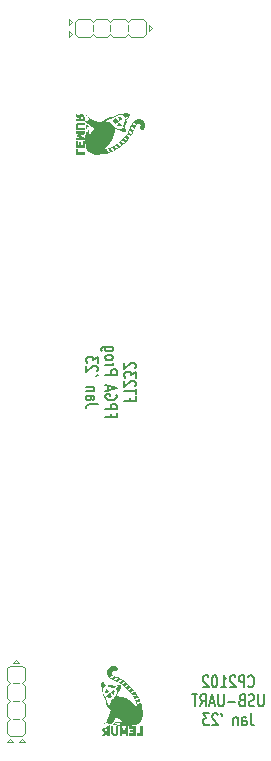
<source format=gbr>
G04 #@! TF.GenerationSoftware,KiCad,Pcbnew,(6.0.7)*
G04 #@! TF.CreationDate,2023-01-27T22:21:26-08:00*
G04 #@! TF.ProjectId,FcmlPanel,46636d6c-5061-46e6-956c-2e6b69636164,rev?*
G04 #@! TF.SameCoordinates,Original*
G04 #@! TF.FileFunction,Legend,Bot*
G04 #@! TF.FilePolarity,Positive*
%FSLAX46Y46*%
G04 Gerber Fmt 4.6, Leading zero omitted, Abs format (unit mm)*
G04 Created by KiCad (PCBNEW (6.0.7)) date 2023-01-27 22:21:26*
%MOMM*%
%LPD*%
G01*
G04 APERTURE LIST*
%ADD10C,0.150000*%
%ADD11C,0.100000*%
G04 APERTURE END LIST*
D10*
X116681428Y-133333333D02*
X116681428Y-133600000D01*
X116157619Y-133600000D02*
X117157619Y-133600000D01*
X117157619Y-133219047D01*
X117157619Y-133028571D02*
X117157619Y-132571428D01*
X116157619Y-132800000D02*
X117157619Y-132800000D01*
X117062380Y-132342857D02*
X117110000Y-132304761D01*
X117157619Y-132228571D01*
X117157619Y-132038095D01*
X117110000Y-131961904D01*
X117062380Y-131923809D01*
X116967142Y-131885714D01*
X116871904Y-131885714D01*
X116729047Y-131923809D01*
X116157619Y-132380952D01*
X116157619Y-131885714D01*
X117157619Y-131619047D02*
X117157619Y-131123809D01*
X116776666Y-131390476D01*
X116776666Y-131276190D01*
X116729047Y-131200000D01*
X116681428Y-131161904D01*
X116586190Y-131123809D01*
X116348095Y-131123809D01*
X116252857Y-131161904D01*
X116205238Y-131200000D01*
X116157619Y-131276190D01*
X116157619Y-131504761D01*
X116205238Y-131580952D01*
X116252857Y-131619047D01*
X117062380Y-130819047D02*
X117110000Y-130780952D01*
X117157619Y-130704761D01*
X117157619Y-130514285D01*
X117110000Y-130438095D01*
X117062380Y-130400000D01*
X116967142Y-130361904D01*
X116871904Y-130361904D01*
X116729047Y-130400000D01*
X116157619Y-130857142D01*
X116157619Y-130361904D01*
X115071428Y-134704761D02*
X115071428Y-134971428D01*
X114547619Y-134971428D02*
X115547619Y-134971428D01*
X115547619Y-134590476D01*
X114547619Y-134285714D02*
X115547619Y-134285714D01*
X115547619Y-133980952D01*
X115500000Y-133904761D01*
X115452380Y-133866666D01*
X115357142Y-133828571D01*
X115214285Y-133828571D01*
X115119047Y-133866666D01*
X115071428Y-133904761D01*
X115023809Y-133980952D01*
X115023809Y-134285714D01*
X115500000Y-133066666D02*
X115547619Y-133142857D01*
X115547619Y-133257142D01*
X115500000Y-133371428D01*
X115404761Y-133447619D01*
X115309523Y-133485714D01*
X115119047Y-133523809D01*
X114976190Y-133523809D01*
X114785714Y-133485714D01*
X114690476Y-133447619D01*
X114595238Y-133371428D01*
X114547619Y-133257142D01*
X114547619Y-133180952D01*
X114595238Y-133066666D01*
X114642857Y-133028571D01*
X114976190Y-133028571D01*
X114976190Y-133180952D01*
X114833333Y-132723809D02*
X114833333Y-132342857D01*
X114547619Y-132800000D02*
X115547619Y-132533333D01*
X114547619Y-132266666D01*
X114547619Y-131390476D02*
X115547619Y-131390476D01*
X115547619Y-131085714D01*
X115500000Y-131009523D01*
X115452380Y-130971428D01*
X115357142Y-130933333D01*
X115214285Y-130933333D01*
X115119047Y-130971428D01*
X115071428Y-131009523D01*
X115023809Y-131085714D01*
X115023809Y-131390476D01*
X114547619Y-130590476D02*
X115214285Y-130590476D01*
X115023809Y-130590476D02*
X115119047Y-130552380D01*
X115166666Y-130514285D01*
X115214285Y-130438095D01*
X115214285Y-130361904D01*
X114547619Y-129980952D02*
X114595238Y-130057142D01*
X114642857Y-130095238D01*
X114738095Y-130133333D01*
X115023809Y-130133333D01*
X115119047Y-130095238D01*
X115166666Y-130057142D01*
X115214285Y-129980952D01*
X115214285Y-129866666D01*
X115166666Y-129790476D01*
X115119047Y-129752380D01*
X115023809Y-129714285D01*
X114738095Y-129714285D01*
X114642857Y-129752380D01*
X114595238Y-129790476D01*
X114547619Y-129866666D01*
X114547619Y-129980952D01*
X115214285Y-129028571D02*
X114404761Y-129028571D01*
X114309523Y-129066666D01*
X114261904Y-129104761D01*
X114214285Y-129180952D01*
X114214285Y-129295238D01*
X114261904Y-129371428D01*
X114595238Y-129028571D02*
X114547619Y-129104761D01*
X114547619Y-129257142D01*
X114595238Y-129333333D01*
X114642857Y-129371428D01*
X114738095Y-129409523D01*
X115023809Y-129409523D01*
X115119047Y-129371428D01*
X115166666Y-129333333D01*
X115214285Y-129257142D01*
X115214285Y-129104761D01*
X115166666Y-129028571D01*
X113937619Y-133866666D02*
X113223333Y-133866666D01*
X113080476Y-133904761D01*
X112985238Y-133980952D01*
X112937619Y-134095238D01*
X112937619Y-134171428D01*
X112937619Y-133142857D02*
X113461428Y-133142857D01*
X113556666Y-133180952D01*
X113604285Y-133257142D01*
X113604285Y-133409523D01*
X113556666Y-133485714D01*
X112985238Y-133142857D02*
X112937619Y-133219047D01*
X112937619Y-133409523D01*
X112985238Y-133485714D01*
X113080476Y-133523809D01*
X113175714Y-133523809D01*
X113270952Y-133485714D01*
X113318571Y-133409523D01*
X113318571Y-133219047D01*
X113366190Y-133142857D01*
X113604285Y-132761904D02*
X112937619Y-132761904D01*
X113509047Y-132761904D02*
X113556666Y-132723809D01*
X113604285Y-132647619D01*
X113604285Y-132533333D01*
X113556666Y-132457142D01*
X113461428Y-132419047D01*
X112937619Y-132419047D01*
X113937619Y-131390476D02*
X113747142Y-131466666D01*
X113842380Y-131085714D02*
X113890000Y-131047619D01*
X113937619Y-130971428D01*
X113937619Y-130780952D01*
X113890000Y-130704761D01*
X113842380Y-130666666D01*
X113747142Y-130628571D01*
X113651904Y-130628571D01*
X113509047Y-130666666D01*
X112937619Y-131123809D01*
X112937619Y-130628571D01*
X113937619Y-130361904D02*
X113937619Y-129866666D01*
X113556666Y-130133333D01*
X113556666Y-130019047D01*
X113509047Y-129942857D01*
X113461428Y-129904761D01*
X113366190Y-129866666D01*
X113128095Y-129866666D01*
X113032857Y-129904761D01*
X112985238Y-129942857D01*
X112937619Y-130019047D01*
X112937619Y-130247619D01*
X112985238Y-130323809D01*
X113032857Y-130361904D01*
X126676190Y-157747142D02*
X126714285Y-157794761D01*
X126828571Y-157842380D01*
X126904761Y-157842380D01*
X127019047Y-157794761D01*
X127095238Y-157699523D01*
X127133333Y-157604285D01*
X127171428Y-157413809D01*
X127171428Y-157270952D01*
X127133333Y-157080476D01*
X127095238Y-156985238D01*
X127019047Y-156890000D01*
X126904761Y-156842380D01*
X126828571Y-156842380D01*
X126714285Y-156890000D01*
X126676190Y-156937619D01*
X126333333Y-157842380D02*
X126333333Y-156842380D01*
X126028571Y-156842380D01*
X125952380Y-156890000D01*
X125914285Y-156937619D01*
X125876190Y-157032857D01*
X125876190Y-157175714D01*
X125914285Y-157270952D01*
X125952380Y-157318571D01*
X126028571Y-157366190D01*
X126333333Y-157366190D01*
X125571428Y-156937619D02*
X125533333Y-156890000D01*
X125457142Y-156842380D01*
X125266666Y-156842380D01*
X125190476Y-156890000D01*
X125152380Y-156937619D01*
X125114285Y-157032857D01*
X125114285Y-157128095D01*
X125152380Y-157270952D01*
X125609523Y-157842380D01*
X125114285Y-157842380D01*
X124352380Y-157842380D02*
X124809523Y-157842380D01*
X124580952Y-157842380D02*
X124580952Y-156842380D01*
X124657142Y-156985238D01*
X124733333Y-157080476D01*
X124809523Y-157128095D01*
X123857142Y-156842380D02*
X123780952Y-156842380D01*
X123704761Y-156890000D01*
X123666666Y-156937619D01*
X123628571Y-157032857D01*
X123590476Y-157223333D01*
X123590476Y-157461428D01*
X123628571Y-157651904D01*
X123666666Y-157747142D01*
X123704761Y-157794761D01*
X123780952Y-157842380D01*
X123857142Y-157842380D01*
X123933333Y-157794761D01*
X123971428Y-157747142D01*
X124009523Y-157651904D01*
X124047619Y-157461428D01*
X124047619Y-157223333D01*
X124009523Y-157032857D01*
X123971428Y-156937619D01*
X123933333Y-156890000D01*
X123857142Y-156842380D01*
X123285714Y-156937619D02*
X123247619Y-156890000D01*
X123171428Y-156842380D01*
X122980952Y-156842380D01*
X122904761Y-156890000D01*
X122866666Y-156937619D01*
X122828571Y-157032857D01*
X122828571Y-157128095D01*
X122866666Y-157270952D01*
X123323809Y-157842380D01*
X122828571Y-157842380D01*
X127971428Y-158452380D02*
X127971428Y-159261904D01*
X127933333Y-159357142D01*
X127895238Y-159404761D01*
X127819047Y-159452380D01*
X127666666Y-159452380D01*
X127590476Y-159404761D01*
X127552380Y-159357142D01*
X127514285Y-159261904D01*
X127514285Y-158452380D01*
X127171428Y-159404761D02*
X127057142Y-159452380D01*
X126866666Y-159452380D01*
X126790476Y-159404761D01*
X126752380Y-159357142D01*
X126714285Y-159261904D01*
X126714285Y-159166666D01*
X126752380Y-159071428D01*
X126790476Y-159023809D01*
X126866666Y-158976190D01*
X127019047Y-158928571D01*
X127095238Y-158880952D01*
X127133333Y-158833333D01*
X127171428Y-158738095D01*
X127171428Y-158642857D01*
X127133333Y-158547619D01*
X127095238Y-158500000D01*
X127019047Y-158452380D01*
X126828571Y-158452380D01*
X126714285Y-158500000D01*
X126104761Y-158928571D02*
X125990476Y-158976190D01*
X125952380Y-159023809D01*
X125914285Y-159119047D01*
X125914285Y-159261904D01*
X125952380Y-159357142D01*
X125990476Y-159404761D01*
X126066666Y-159452380D01*
X126371428Y-159452380D01*
X126371428Y-158452380D01*
X126104761Y-158452380D01*
X126028571Y-158500000D01*
X125990476Y-158547619D01*
X125952380Y-158642857D01*
X125952380Y-158738095D01*
X125990476Y-158833333D01*
X126028571Y-158880952D01*
X126104761Y-158928571D01*
X126371428Y-158928571D01*
X125571428Y-159071428D02*
X124961904Y-159071428D01*
X124580952Y-158452380D02*
X124580952Y-159261904D01*
X124542857Y-159357142D01*
X124504761Y-159404761D01*
X124428571Y-159452380D01*
X124276190Y-159452380D01*
X124200000Y-159404761D01*
X124161904Y-159357142D01*
X124123809Y-159261904D01*
X124123809Y-158452380D01*
X123780952Y-159166666D02*
X123400000Y-159166666D01*
X123857142Y-159452380D02*
X123590476Y-158452380D01*
X123323809Y-159452380D01*
X122600000Y-159452380D02*
X122866666Y-158976190D01*
X123057142Y-159452380D02*
X123057142Y-158452380D01*
X122752380Y-158452380D01*
X122676190Y-158500000D01*
X122638095Y-158547619D01*
X122600000Y-158642857D01*
X122600000Y-158785714D01*
X122638095Y-158880952D01*
X122676190Y-158928571D01*
X122752380Y-158976190D01*
X123057142Y-158976190D01*
X122371428Y-158452380D02*
X121914285Y-158452380D01*
X122142857Y-159452380D02*
X122142857Y-158452380D01*
X126866666Y-160062380D02*
X126866666Y-160776666D01*
X126904761Y-160919523D01*
X126980952Y-161014761D01*
X127095238Y-161062380D01*
X127171428Y-161062380D01*
X126142857Y-161062380D02*
X126142857Y-160538571D01*
X126180952Y-160443333D01*
X126257142Y-160395714D01*
X126409523Y-160395714D01*
X126485714Y-160443333D01*
X126142857Y-161014761D02*
X126219047Y-161062380D01*
X126409523Y-161062380D01*
X126485714Y-161014761D01*
X126523809Y-160919523D01*
X126523809Y-160824285D01*
X126485714Y-160729047D01*
X126409523Y-160681428D01*
X126219047Y-160681428D01*
X126142857Y-160633809D01*
X125761904Y-160395714D02*
X125761904Y-161062380D01*
X125761904Y-160490952D02*
X125723809Y-160443333D01*
X125647619Y-160395714D01*
X125533333Y-160395714D01*
X125457142Y-160443333D01*
X125419047Y-160538571D01*
X125419047Y-161062380D01*
X124390476Y-160062380D02*
X124466666Y-160252857D01*
X124085714Y-160157619D02*
X124047619Y-160110000D01*
X123971428Y-160062380D01*
X123780952Y-160062380D01*
X123704761Y-160110000D01*
X123666666Y-160157619D01*
X123628571Y-160252857D01*
X123628571Y-160348095D01*
X123666666Y-160490952D01*
X124123809Y-161062380D01*
X123628571Y-161062380D01*
X123361904Y-160062380D02*
X122866666Y-160062380D01*
X123133333Y-160443333D01*
X123019047Y-160443333D01*
X122942857Y-160490952D01*
X122904761Y-160538571D01*
X122866666Y-160633809D01*
X122866666Y-160871904D01*
X122904761Y-160967142D01*
X122942857Y-161014761D01*
X123019047Y-161062380D01*
X123247619Y-161062380D01*
X123323809Y-161014761D01*
X123361904Y-160967142D01*
G36*
X117150813Y-161938004D02*
G01*
X116609037Y-161938004D01*
X116609037Y-161750005D01*
X116950722Y-161750005D01*
X116950722Y-161634767D01*
X116637356Y-161634767D01*
X116637356Y-161464958D01*
X116950722Y-161464958D01*
X116950722Y-161343622D01*
X116779880Y-161343728D01*
X116609037Y-161343728D01*
X116610275Y-161158726D01*
X116880647Y-161158196D01*
X117150813Y-161157484D01*
X117150813Y-161938004D01*
G37*
G36*
X114724398Y-157948170D02*
G01*
X114840169Y-158118686D01*
X114878704Y-158245620D01*
X114740839Y-158305872D01*
X114575260Y-158334607D01*
X114567384Y-158226089D01*
X114623200Y-158033652D01*
X114704347Y-157936388D01*
X114724398Y-157948170D01*
G37*
G36*
X117745092Y-161157589D02*
G01*
X117745092Y-161937800D01*
X117229671Y-161937800D01*
X117229566Y-161839718D01*
X117229671Y-161741637D01*
X117546964Y-161741637D01*
X117546964Y-161486665D01*
X117546391Y-161235109D01*
X117543451Y-161157486D01*
X117543451Y-161157484D01*
X117745092Y-161157589D01*
G37*
G36*
X114342924Y-161535738D02*
G01*
X114326697Y-161422257D01*
X114329607Y-161401398D01*
X114524824Y-161401398D01*
X114540636Y-161489454D01*
X114581564Y-161515913D01*
X114658976Y-161520871D01*
X114726155Y-161519114D01*
X114726684Y-161429404D01*
X114726155Y-161342485D01*
X114660423Y-161342485D01*
X114583528Y-161346104D01*
X114524824Y-161401398D01*
X114329607Y-161401398D01*
X114340754Y-161321488D01*
X114348919Y-161300921D01*
X114343544Y-161284178D01*
X114345049Y-161265797D01*
X114395943Y-161265797D01*
X114464869Y-161316610D01*
X114502125Y-161268524D01*
X114588686Y-161191919D01*
X114805530Y-161157174D01*
X114925811Y-161031583D01*
X115042828Y-160940442D01*
X114804053Y-160929827D01*
X114700317Y-160822723D01*
X114579601Y-160894244D01*
X114498469Y-160931244D01*
X114470563Y-160964213D01*
X114405761Y-161187869D01*
X114395943Y-161265797D01*
X114345049Y-161265797D01*
X114350366Y-161200875D01*
X114382953Y-161055658D01*
X114422816Y-160945387D01*
X114467981Y-160892884D01*
X114558725Y-160850923D01*
X114660114Y-160792941D01*
X114724089Y-160660443D01*
X114805428Y-160461075D01*
X114889128Y-160257063D01*
X114969863Y-160043323D01*
X115007793Y-159885814D01*
X115021849Y-159800340D01*
X114917633Y-159671887D01*
X114859307Y-159599997D01*
X114734220Y-159401163D01*
X114646261Y-159201276D01*
X114595106Y-158997777D01*
X114580429Y-158788103D01*
X114471147Y-158651507D01*
X114385542Y-158498056D01*
X114331545Y-158301734D01*
X114317086Y-158036521D01*
X114273574Y-157917665D01*
X114265659Y-157867348D01*
X114324216Y-157867348D01*
X114332071Y-157903418D01*
X114372171Y-158016073D01*
X114376923Y-158033230D01*
X114389221Y-158293038D01*
X114439721Y-158478891D01*
X114522642Y-158622704D01*
X114632205Y-158756390D01*
X114637579Y-158765485D01*
X114640162Y-158769104D01*
X114750695Y-159046567D01*
X114829710Y-159236861D01*
X114883318Y-159351144D01*
X114917633Y-159400573D01*
X114938765Y-159396305D01*
X114952829Y-159349497D01*
X114965934Y-159271306D01*
X114984195Y-159172890D01*
X115013722Y-159065405D01*
X115060629Y-158960009D01*
X115131028Y-158867858D01*
X115231030Y-158800110D01*
X115333866Y-158721355D01*
X115479990Y-158530147D01*
X115571164Y-158288410D01*
X115577676Y-158276525D01*
X115667903Y-158162319D01*
X115585737Y-158257714D01*
X115562576Y-158073509D01*
X115477216Y-157948896D01*
X115590476Y-157804576D01*
X115745520Y-157703639D01*
X115587705Y-157725663D01*
X115383682Y-157830247D01*
X115355570Y-157833453D01*
X115421131Y-157926465D01*
X115333347Y-157929653D01*
X115192479Y-157869110D01*
X115008526Y-157805955D01*
X114874773Y-157797900D01*
X114727753Y-157762675D01*
X114751679Y-157703229D01*
X114775554Y-157696614D01*
X114756847Y-157682662D01*
X114569055Y-157514300D01*
X114379518Y-157437307D01*
X114533108Y-157604026D01*
X114608436Y-157731439D01*
X114454753Y-157855491D01*
X114376719Y-158002121D01*
X114324216Y-157867348D01*
X114265659Y-157867348D01*
X114244325Y-157731733D01*
X114242318Y-157539548D01*
X114287424Y-157387155D01*
X114307164Y-157374132D01*
X114360391Y-157371137D01*
X114600686Y-157463844D01*
X114794473Y-157636857D01*
X114970789Y-157625436D01*
X115146090Y-157655954D01*
X115366324Y-157771526D01*
X115642698Y-157651975D01*
X115844331Y-157657631D01*
X115865105Y-157678612D01*
X115865169Y-157891595D01*
X115774497Y-158109003D01*
X115626463Y-158310821D01*
X115557059Y-158498174D01*
X115460479Y-158660567D01*
X115465644Y-158659017D01*
X115660399Y-158618496D01*
X115871377Y-158623452D01*
X116093059Y-158670724D01*
X116319931Y-158757150D01*
X116546477Y-158879569D01*
X116767182Y-159034819D01*
X116976528Y-159219739D01*
X117169002Y-159431166D01*
X117277771Y-159503657D01*
X117289895Y-159423581D01*
X117288479Y-159418328D01*
X117250150Y-159276062D01*
X117203315Y-159146222D01*
X117190989Y-159117814D01*
X117227501Y-159117814D01*
X117234219Y-159135488D01*
X117280624Y-159247418D01*
X117288479Y-159266332D01*
X117307186Y-159257857D01*
X117540144Y-159169801D01*
X117559780Y-159163600D01*
X117553063Y-159144169D01*
X117511204Y-159030068D01*
X117509654Y-159026141D01*
X117506453Y-159023040D01*
X117497872Y-159014462D01*
X117486297Y-159018182D01*
X117244761Y-159110166D01*
X117227501Y-159117814D01*
X117190989Y-159117814D01*
X117158565Y-159043083D01*
X117109461Y-158929910D01*
X117048829Y-158813751D01*
X117088801Y-158813751D01*
X117097587Y-158830804D01*
X117149366Y-158937981D01*
X117158565Y-158957618D01*
X117177375Y-158946869D01*
X117405371Y-158832354D01*
X117424285Y-158824086D01*
X117415500Y-158805482D01*
X117362170Y-158695825D01*
X117353592Y-158678979D01*
X117336331Y-158686627D01*
X117105545Y-158804242D01*
X117088801Y-158813751D01*
X117048829Y-158813751D01*
X117000413Y-158720996D01*
X116999918Y-158720190D01*
X116876956Y-158520286D01*
X116875067Y-158517645D01*
X116915996Y-158517645D01*
X116926744Y-158534077D01*
X116989066Y-158636190D01*
X116999918Y-158654380D01*
X117017488Y-158642495D01*
X117238250Y-158516094D01*
X117258300Y-158506793D01*
X117246931Y-158487775D01*
X117182646Y-158383596D01*
X117173137Y-158368713D01*
X117157221Y-158376258D01*
X116932325Y-158506689D01*
X116915996Y-158517645D01*
X116875067Y-158517645D01*
X116811092Y-158428182D01*
X116739872Y-158328587D01*
X116667306Y-158240556D01*
X116713527Y-158240556D01*
X116726240Y-158256575D01*
X116799103Y-158351557D01*
X116811092Y-158367783D01*
X116827215Y-158355587D01*
X117038262Y-158210790D01*
X117057072Y-158199421D01*
X117044050Y-158181748D01*
X116970049Y-158085010D01*
X116959094Y-158071160D01*
X116944004Y-158080255D01*
X116729650Y-158228153D01*
X116713527Y-158240556D01*
X116667306Y-158240556D01*
X116591984Y-158149182D01*
X116589944Y-158146706D01*
X116433925Y-157981760D01*
X116481603Y-157981760D01*
X116496073Y-157996539D01*
X116578548Y-158083252D01*
X116591984Y-158098032D01*
X116606763Y-158084596D01*
X116805408Y-157923676D01*
X116823598Y-157910653D01*
X116808612Y-157894013D01*
X116725516Y-157804923D01*
X116713527Y-157792418D01*
X116699471Y-157802546D01*
X116496899Y-157967807D01*
X116481603Y-157981760D01*
X116433925Y-157981760D01*
X116427956Y-157975450D01*
X116344868Y-157898807D01*
X116254692Y-157815626D01*
X116167245Y-157745392D01*
X116223118Y-157745392D01*
X116239758Y-157759242D01*
X116330708Y-157836653D01*
X116344868Y-157849468D01*
X116358303Y-157835826D01*
X116548576Y-157664674D01*
X116567283Y-157650101D01*
X116549713Y-157634184D01*
X116457109Y-157552742D01*
X116444500Y-157541890D01*
X116431581Y-157552432D01*
X116238310Y-157729992D01*
X116223118Y-157745392D01*
X116167245Y-157745392D01*
X116072636Y-157669406D01*
X116070935Y-157668039D01*
X115879428Y-157534862D01*
X115940345Y-157534862D01*
X115959258Y-157547678D01*
X116058063Y-157616201D01*
X116072636Y-157626846D01*
X116084728Y-157613411D01*
X116263219Y-157427065D01*
X116280479Y-157410736D01*
X116261358Y-157396576D01*
X116161209Y-157325056D01*
X116147670Y-157315651D01*
X116135888Y-157327123D01*
X115955434Y-157517809D01*
X115940345Y-157534862D01*
X115879428Y-157534862D01*
X115877467Y-157533498D01*
X115786246Y-157479101D01*
X115675073Y-157412808D01*
X115568759Y-157359266D01*
X115645376Y-157359266D01*
X115665633Y-157370118D01*
X115770846Y-157428822D01*
X115786246Y-157437814D01*
X115796994Y-157423551D01*
X115963186Y-157226147D01*
X115980549Y-157207957D01*
X115958948Y-157195141D01*
X115850841Y-157132819D01*
X115837198Y-157125378D01*
X115826553Y-157136747D01*
X115659018Y-157340662D01*
X115645376Y-157359266D01*
X115568759Y-157359266D01*
X115466265Y-157307648D01*
X115464536Y-157306777D01*
X115246639Y-157216211D01*
X115228553Y-157207130D01*
X115317230Y-157207130D01*
X115339657Y-157216122D01*
X115450762Y-157264388D01*
X115466265Y-157271312D01*
X115475566Y-157257153D01*
X115637624Y-157053031D01*
X115655918Y-157033497D01*
X115632146Y-157021405D01*
X115513394Y-156970039D01*
X115500578Y-156965181D01*
X115491483Y-156975413D01*
X115406292Y-157078340D01*
X115330253Y-157186873D01*
X115317230Y-157207130D01*
X115228553Y-157207130D01*
X115128921Y-157157105D01*
X115078049Y-157131563D01*
X114939184Y-157038975D01*
X114990118Y-157038975D01*
X115004794Y-157050137D01*
X115112488Y-157118867D01*
X115128921Y-157127859D01*
X115138946Y-157112046D01*
X115293872Y-156909474D01*
X115311235Y-156890043D01*
X115288084Y-156878262D01*
X115186695Y-156815629D01*
X115172019Y-156804468D01*
X115159720Y-156818110D01*
X115000040Y-157023472D01*
X114990118Y-157038975D01*
X114939184Y-157038975D01*
X114929552Y-157032553D01*
X114787507Y-156878147D01*
X114712303Y-156677178D01*
X114715415Y-156461789D01*
X114808320Y-156264124D01*
X114951229Y-156135735D01*
X115114571Y-156069434D01*
X115290460Y-156052871D01*
X115290565Y-156052782D01*
X115436709Y-156072411D01*
X115563520Y-156130504D01*
X115665326Y-156255167D01*
X115630286Y-156407593D01*
X115457468Y-156470567D01*
X115274132Y-156429607D01*
X115112178Y-156519834D01*
X115128094Y-156710830D01*
X115302655Y-156846353D01*
X115498391Y-156932468D01*
X115688680Y-157011173D01*
X115904951Y-157124097D01*
X116113097Y-157251389D01*
X116312394Y-157392266D01*
X116502119Y-157545943D01*
X116681548Y-157711635D01*
X116849959Y-157888558D01*
X117006628Y-158075927D01*
X117150830Y-158272958D01*
X117281843Y-158478865D01*
X117398944Y-158692864D01*
X117501408Y-158914170D01*
X117588513Y-159141999D01*
X117650712Y-159365238D01*
X117698858Y-159598415D01*
X117730880Y-159833888D01*
X117744707Y-160064015D01*
X117738271Y-160281155D01*
X117696959Y-160495671D01*
X117619779Y-160678645D01*
X117507587Y-160828821D01*
X117361612Y-160944676D01*
X117183637Y-161025365D01*
X116975320Y-161070667D01*
X116965811Y-161070349D01*
X116687576Y-161114208D01*
X116436126Y-161131143D01*
X116210302Y-161125230D01*
X115904379Y-161101829D01*
X115896833Y-161101252D01*
X115269481Y-161023841D01*
X115259650Y-160967519D01*
X115290774Y-160967519D01*
X115293150Y-160973203D01*
X115904379Y-161048651D01*
X115815720Y-160940639D01*
X115809812Y-160901993D01*
X115794679Y-160890400D01*
X115678346Y-160863546D01*
X115564554Y-160844013D01*
X115564554Y-160844119D01*
X115474637Y-160837814D01*
X115474636Y-160837813D01*
X115414071Y-160840602D01*
X115358571Y-160873158D01*
X115295732Y-160942818D01*
X115290774Y-160967519D01*
X115259650Y-160967519D01*
X115251188Y-160919041D01*
X115401979Y-160794708D01*
X115529733Y-160792885D01*
X115687750Y-160818169D01*
X115901587Y-160801942D01*
X116041837Y-160751299D01*
X115952230Y-160681123D01*
X115747613Y-160545247D01*
X115586774Y-160410648D01*
X115528483Y-160350393D01*
X115503678Y-160386153D01*
X115413968Y-160524853D01*
X115265485Y-160751691D01*
X115153614Y-160900681D01*
X115068563Y-160984773D01*
X114873123Y-161158613D01*
X114926350Y-161158825D01*
X114926667Y-161545881D01*
X114926786Y-161820015D01*
X114926350Y-161935521D01*
X114926350Y-161935627D01*
X114826304Y-161938109D01*
X114727188Y-161938109D01*
X114725950Y-161690475D01*
X114709827Y-161690052D01*
X114693600Y-161689628D01*
X114685435Y-161700170D01*
X114658976Y-161736531D01*
X114654223Y-161743062D01*
X114628901Y-161777685D01*
X114613605Y-161798665D01*
X114587457Y-161834735D01*
X114554074Y-161880108D01*
X114523068Y-161922999D01*
X114512113Y-161938089D01*
X114265720Y-161938089D01*
X114279466Y-161920415D01*
X114308404Y-161883828D01*
X114326594Y-161860574D01*
X114335896Y-161849205D01*
X114366385Y-161810758D01*
X114395531Y-161774068D01*
X114408140Y-161758875D01*
X114440076Y-161717844D01*
X114465914Y-161685494D01*
X114476250Y-161671025D01*
X114472942Y-161669167D01*
X114464869Y-161665015D01*
X114418682Y-161641262D01*
X114342924Y-161535738D01*
G37*
G36*
X115325292Y-158053075D02*
G01*
X115360390Y-158175574D01*
X115338439Y-158365194D01*
X115272272Y-158472480D01*
X115113646Y-158390326D01*
X115020504Y-158266188D01*
X115136123Y-158140215D01*
X115310615Y-158048631D01*
X115310615Y-158048630D01*
X115325292Y-158053075D01*
G37*
G36*
X116507028Y-161158526D02*
G01*
X116507854Y-161548373D01*
X116508473Y-161938013D01*
X116310345Y-161938013D01*
X116310345Y-161811716D01*
X116315304Y-161630228D01*
X116321298Y-161565529D01*
X116319853Y-161555918D01*
X116310242Y-161573591D01*
X116301250Y-161597362D01*
X116274792Y-161664335D01*
X116249470Y-161728827D01*
X116237378Y-161760039D01*
X116222702Y-161798487D01*
X116213710Y-161821741D01*
X116144774Y-161822360D01*
X116075941Y-161822980D01*
X116073565Y-161814298D01*
X116067778Y-161797658D01*
X116060026Y-161778434D01*
X116046590Y-161743811D01*
X116037392Y-161718387D01*
X116029227Y-161697406D01*
X116018892Y-161670327D01*
X116012897Y-161654204D01*
X115983545Y-161577930D01*
X115971453Y-161556122D01*
X115969384Y-161564701D01*
X115976619Y-161647073D01*
X115982200Y-161828974D01*
X115981581Y-161937081D01*
X115783556Y-161937081D01*
X115783556Y-161158834D01*
X115981064Y-161158834D01*
X115991089Y-161181055D01*
X116006282Y-161216402D01*
X116013103Y-161231594D01*
X116020752Y-161248854D01*
X116043592Y-161302391D01*
X116074702Y-161374325D01*
X116084520Y-161396752D01*
X116094545Y-161419800D01*
X116124621Y-161488426D01*
X116131752Y-161505583D01*
X116140641Y-161526460D01*
X116145599Y-161536279D01*
X116156141Y-161513128D01*
X116166580Y-161488736D01*
X116174641Y-161470133D01*
X116182702Y-161451012D01*
X116190661Y-161432202D01*
X116201616Y-161407294D01*
X116232209Y-161336601D01*
X116240064Y-161318514D01*
X116259597Y-161272005D01*
X116268072Y-161252782D01*
X116280681Y-161224463D01*
X116292980Y-161195111D01*
X116302902Y-161172373D01*
X116308067Y-161159764D01*
X116407596Y-161158213D01*
X116407396Y-161158103D01*
X116507028Y-161158526D01*
G37*
G36*
X115664690Y-161434159D02*
G01*
X115664071Y-161710525D01*
X115659626Y-161732745D01*
X115646500Y-161778220D01*
X115638439Y-161796411D01*
X115558443Y-161889635D01*
X115435970Y-161942242D01*
X115406411Y-161946999D01*
X115283628Y-161944210D01*
X115086948Y-161825561D01*
X115054702Y-161761276D01*
X115049121Y-161738331D01*
X115043539Y-161718591D01*
X115043539Y-161158728D01*
X115143171Y-161158199D01*
X115242700Y-161157580D01*
X115242700Y-161423507D01*
X115243247Y-161657037D01*
X115246939Y-161701836D01*
X115271434Y-161740697D01*
X115395354Y-161763124D01*
X115462843Y-161692121D01*
X115464507Y-161619202D01*
X115465119Y-161418959D01*
X115465013Y-161157580D01*
X115565162Y-161157580D01*
X115665219Y-161157484D01*
X115664690Y-161434159D01*
G37*
G36*
X115059830Y-158439436D02*
G01*
X115116312Y-158648179D01*
X115003676Y-158723743D01*
X114861961Y-158758044D01*
X114744696Y-158681220D01*
X114650810Y-158571905D01*
X114761178Y-158400956D01*
X114940302Y-158267220D01*
X115059830Y-158439436D01*
G37*
D11*
X116500000Y-101500000D02*
X116750000Y-101250000D01*
X118500000Y-102000000D02*
X118250000Y-101750000D01*
X113250000Y-102750000D02*
X112250000Y-102750000D01*
X113500000Y-101500000D02*
X113750000Y-101250000D01*
X113500000Y-101750000D02*
X113500000Y-102250000D01*
X111500000Y-102750000D02*
X111750000Y-102500000D01*
X117750000Y-102750000D02*
X116750000Y-102750000D01*
X113750000Y-101250000D02*
X114750000Y-101250000D01*
X115000000Y-101500000D02*
X115250000Y-101250000D01*
X113250000Y-101250000D02*
X113500000Y-101500000D01*
X114750000Y-101250000D02*
X115000000Y-101500000D01*
X118250000Y-101750000D02*
X118250000Y-102250000D01*
X114750000Y-102750000D02*
X113750000Y-102750000D01*
X116750000Y-101250000D02*
X117750000Y-101250000D01*
X116500000Y-101750000D02*
X116500000Y-102250000D01*
X112000000Y-102500000D02*
X112000000Y-101500000D01*
X116250000Y-102750000D02*
X115250000Y-102750000D01*
X115250000Y-102750000D02*
X115000000Y-102500000D01*
X113750000Y-102750000D02*
X113500000Y-102500000D01*
X118000000Y-102500000D02*
X117750000Y-102750000D01*
X116500000Y-102500000D02*
X116250000Y-102750000D01*
X116750000Y-102750000D02*
X116500000Y-102500000D01*
X111500000Y-102250000D02*
X111500000Y-102750000D01*
X111500000Y-101250000D02*
X111500000Y-101750000D01*
X112250000Y-102750000D02*
X112000000Y-102500000D01*
X118250000Y-102250000D02*
X118500000Y-102000000D01*
X113500000Y-102500000D02*
X113250000Y-102750000D01*
X117750000Y-101250000D02*
X118000000Y-101500000D01*
X115000000Y-102500000D02*
X114750000Y-102750000D01*
X115000000Y-101750000D02*
X115000000Y-102250000D01*
X111750000Y-102500000D02*
X111500000Y-102250000D01*
X112250000Y-101250000D02*
X113250000Y-101250000D01*
X116250000Y-101250000D02*
X116500000Y-101500000D01*
X118000000Y-101500000D02*
X118000000Y-102500000D01*
X112000000Y-101500000D02*
X112250000Y-101250000D01*
X111750000Y-101500000D02*
X111500000Y-101250000D01*
X115250000Y-101250000D02*
X116250000Y-101250000D01*
X111500000Y-101750000D02*
X111750000Y-101500000D01*
X106500000Y-157500000D02*
X106250000Y-157250000D01*
X107000000Y-155500000D02*
X106750000Y-155750000D01*
X107750000Y-160750000D02*
X107750000Y-161750000D01*
X106500000Y-160500000D02*
X106250000Y-160250000D01*
X106750000Y-160500000D02*
X107250000Y-160500000D01*
X107750000Y-162500000D02*
X107500000Y-162250000D01*
X107750000Y-156250000D02*
X107750000Y-157250000D01*
X106250000Y-160250000D02*
X106250000Y-159250000D01*
X106500000Y-159000000D02*
X106250000Y-158750000D01*
X106250000Y-160750000D02*
X106500000Y-160500000D01*
X106250000Y-159250000D02*
X106500000Y-159000000D01*
X106750000Y-155750000D02*
X107250000Y-155750000D01*
X107750000Y-159250000D02*
X107750000Y-160250000D01*
X106250000Y-157250000D02*
X106250000Y-156250000D01*
X106750000Y-157500000D02*
X107250000Y-157500000D01*
X107500000Y-162000000D02*
X106500000Y-162000000D01*
X107750000Y-157750000D02*
X107750000Y-158750000D01*
X107750000Y-158750000D02*
X107500000Y-159000000D01*
X107750000Y-160250000D02*
X107500000Y-160500000D01*
X107500000Y-156000000D02*
X107750000Y-156250000D01*
X107500000Y-157500000D02*
X107750000Y-157750000D01*
X107750000Y-157250000D02*
X107500000Y-157500000D01*
X107250000Y-162500000D02*
X107750000Y-162500000D01*
X106250000Y-162500000D02*
X106750000Y-162500000D01*
X107750000Y-161750000D02*
X107500000Y-162000000D01*
X107250000Y-155750000D02*
X107000000Y-155500000D01*
X107500000Y-160500000D02*
X107750000Y-160750000D01*
X106250000Y-156250000D02*
X106500000Y-156000000D01*
X107500000Y-159000000D02*
X107750000Y-159250000D01*
X106750000Y-159000000D02*
X107250000Y-159000000D01*
X107500000Y-162250000D02*
X107250000Y-162500000D01*
X106250000Y-161750000D02*
X106250000Y-160750000D01*
X106250000Y-157750000D02*
X106500000Y-157500000D01*
X106500000Y-156000000D02*
X107500000Y-156000000D01*
X106500000Y-162000000D02*
X106250000Y-161750000D01*
X106500000Y-162250000D02*
X106250000Y-162500000D01*
X106250000Y-158750000D02*
X106250000Y-157750000D01*
X106750000Y-162500000D02*
X106500000Y-162250000D01*
G36*
X112841801Y-110143171D02*
G01*
X112842420Y-110242700D01*
X112576493Y-110242700D01*
X112342963Y-110243247D01*
X112298164Y-110246939D01*
X112259303Y-110271434D01*
X112236876Y-110395354D01*
X112307879Y-110462843D01*
X112380798Y-110464507D01*
X112581041Y-110465119D01*
X112842420Y-110465013D01*
X112842420Y-110565162D01*
X112842516Y-110665219D01*
X112565841Y-110664690D01*
X112289475Y-110664071D01*
X112267255Y-110659626D01*
X112221780Y-110646500D01*
X112203589Y-110638439D01*
X112110365Y-110558443D01*
X112057758Y-110435970D01*
X112053001Y-110406411D01*
X112055790Y-110283628D01*
X112174439Y-110086948D01*
X112238724Y-110054702D01*
X112261669Y-110049121D01*
X112281409Y-110043539D01*
X112841272Y-110043539D01*
X112841801Y-110143171D01*
G37*
G36*
X114598837Y-109734220D02*
G01*
X114798724Y-109646261D01*
X115002223Y-109595106D01*
X115211897Y-109580429D01*
X115348493Y-109471147D01*
X115501944Y-109385542D01*
X115698266Y-109331545D01*
X115963479Y-109317086D01*
X116082335Y-109273574D01*
X116268267Y-109244325D01*
X116460452Y-109242318D01*
X116612845Y-109287424D01*
X116625868Y-109307164D01*
X116628863Y-109360391D01*
X116536156Y-109600686D01*
X116363143Y-109794473D01*
X116374564Y-109970789D01*
X116344046Y-110146090D01*
X116228474Y-110366324D01*
X116348025Y-110642698D01*
X116342369Y-110844331D01*
X116321388Y-110865105D01*
X116108405Y-110865169D01*
X115890997Y-110774497D01*
X115689179Y-110626463D01*
X115501826Y-110557059D01*
X115339433Y-110460479D01*
X115340983Y-110465644D01*
X115381504Y-110660399D01*
X115376548Y-110871377D01*
X115329276Y-111093059D01*
X115242850Y-111319931D01*
X115120431Y-111546477D01*
X114965181Y-111767182D01*
X114780261Y-111976528D01*
X114568834Y-112169002D01*
X114496343Y-112277771D01*
X114576419Y-112289895D01*
X114581672Y-112288479D01*
X114733668Y-112288479D01*
X114742143Y-112307186D01*
X114830199Y-112540144D01*
X114836400Y-112559780D01*
X114855831Y-112553063D01*
X114969932Y-112511204D01*
X114973859Y-112509654D01*
X114976960Y-112506453D01*
X114985538Y-112497872D01*
X114981818Y-112486297D01*
X114889834Y-112244761D01*
X114882186Y-112227501D01*
X114864512Y-112234219D01*
X114752582Y-112280624D01*
X114733668Y-112288479D01*
X114581672Y-112288479D01*
X114723938Y-112250150D01*
X114853778Y-112203315D01*
X114956917Y-112158565D01*
X115042382Y-112158565D01*
X115053131Y-112177375D01*
X115167646Y-112405371D01*
X115175914Y-112424285D01*
X115194518Y-112415500D01*
X115304175Y-112362170D01*
X115321021Y-112353592D01*
X115313373Y-112336331D01*
X115195758Y-112105545D01*
X115186249Y-112088801D01*
X115169196Y-112097587D01*
X115062019Y-112149366D01*
X115042382Y-112158565D01*
X114956917Y-112158565D01*
X115070090Y-112109461D01*
X115279004Y-112000413D01*
X115279810Y-111999918D01*
X115345620Y-111999918D01*
X115357505Y-112017488D01*
X115483906Y-112238250D01*
X115493207Y-112258300D01*
X115512225Y-112246931D01*
X115616404Y-112182646D01*
X115631287Y-112173137D01*
X115623742Y-112157221D01*
X115493311Y-111932325D01*
X115482355Y-111915996D01*
X115465923Y-111926744D01*
X115363810Y-111989066D01*
X115345620Y-111999918D01*
X115279810Y-111999918D01*
X115479714Y-111876956D01*
X115571818Y-111811092D01*
X115632217Y-111811092D01*
X115644413Y-111827215D01*
X115789210Y-112038262D01*
X115800579Y-112057072D01*
X115818252Y-112044050D01*
X115914990Y-111970049D01*
X115928840Y-111959094D01*
X115919745Y-111944004D01*
X115771847Y-111729650D01*
X115759444Y-111713527D01*
X115743425Y-111726240D01*
X115648443Y-111799103D01*
X115632217Y-111811092D01*
X115571818Y-111811092D01*
X115671413Y-111739872D01*
X115850818Y-111591984D01*
X115901968Y-111591984D01*
X115915404Y-111606763D01*
X116076324Y-111805408D01*
X116089347Y-111823598D01*
X116105987Y-111808612D01*
X116195077Y-111725516D01*
X116207582Y-111713527D01*
X116197454Y-111699471D01*
X116032193Y-111496899D01*
X116018240Y-111481603D01*
X116003461Y-111496073D01*
X115916748Y-111578548D01*
X115901968Y-111591984D01*
X115850818Y-111591984D01*
X115853294Y-111589944D01*
X116024550Y-111427956D01*
X116101193Y-111344868D01*
X116150532Y-111344868D01*
X116164174Y-111358303D01*
X116335326Y-111548576D01*
X116349899Y-111567283D01*
X116365816Y-111549713D01*
X116447258Y-111457109D01*
X116458110Y-111444500D01*
X116447568Y-111431581D01*
X116270008Y-111238310D01*
X116254608Y-111223118D01*
X116240758Y-111239758D01*
X116163347Y-111330708D01*
X116150532Y-111344868D01*
X116101193Y-111344868D01*
X116184374Y-111254692D01*
X116330594Y-111072636D01*
X116373154Y-111072636D01*
X116386589Y-111084728D01*
X116572935Y-111263219D01*
X116589264Y-111280479D01*
X116603424Y-111261358D01*
X116674944Y-111161209D01*
X116684349Y-111147670D01*
X116672877Y-111135888D01*
X116482191Y-110955434D01*
X116465138Y-110940345D01*
X116452322Y-110959258D01*
X116383799Y-111058063D01*
X116373154Y-111072636D01*
X116330594Y-111072636D01*
X116331961Y-111070935D01*
X116466502Y-110877467D01*
X116520899Y-110786246D01*
X116562186Y-110786246D01*
X116576449Y-110796994D01*
X116773853Y-110963186D01*
X116792043Y-110980549D01*
X116804859Y-110958948D01*
X116867181Y-110850841D01*
X116874622Y-110837198D01*
X116863253Y-110826553D01*
X116659338Y-110659018D01*
X116640734Y-110645376D01*
X116629882Y-110665633D01*
X116571178Y-110770846D01*
X116562186Y-110786246D01*
X116520899Y-110786246D01*
X116587192Y-110675073D01*
X116692352Y-110466265D01*
X116728688Y-110466265D01*
X116742847Y-110475566D01*
X116946969Y-110637624D01*
X116966503Y-110655918D01*
X116978595Y-110632146D01*
X117029961Y-110513394D01*
X117034819Y-110500578D01*
X117024587Y-110491483D01*
X116921660Y-110406292D01*
X116813127Y-110330253D01*
X116792870Y-110317230D01*
X116783878Y-110339657D01*
X116735612Y-110450762D01*
X116728688Y-110466265D01*
X116692352Y-110466265D01*
X116693223Y-110464536D01*
X116783789Y-110246639D01*
X116842895Y-110128921D01*
X116872141Y-110128921D01*
X116887954Y-110138946D01*
X117090526Y-110293872D01*
X117109957Y-110311235D01*
X117121738Y-110288084D01*
X117184371Y-110186695D01*
X117195532Y-110172019D01*
X117181890Y-110159720D01*
X116976528Y-110000040D01*
X116961025Y-109990118D01*
X116949863Y-110004794D01*
X116881133Y-110112488D01*
X116872141Y-110128921D01*
X116842895Y-110128921D01*
X116868437Y-110078049D01*
X116967447Y-109929552D01*
X117121853Y-109787507D01*
X117322822Y-109712303D01*
X117538211Y-109715415D01*
X117735876Y-109808320D01*
X117864265Y-109951229D01*
X117930566Y-110114571D01*
X117947129Y-110290460D01*
X117947218Y-110290565D01*
X117927589Y-110436709D01*
X117869496Y-110563520D01*
X117744833Y-110665326D01*
X117592407Y-110630286D01*
X117529433Y-110457468D01*
X117570393Y-110274132D01*
X117480166Y-110112178D01*
X117289170Y-110128094D01*
X117153647Y-110302655D01*
X117067532Y-110498391D01*
X116988827Y-110688680D01*
X116875903Y-110904951D01*
X116748611Y-111113097D01*
X116607734Y-111312394D01*
X116454057Y-111502119D01*
X116288365Y-111681548D01*
X116111442Y-111849959D01*
X115924073Y-112006628D01*
X115727042Y-112150830D01*
X115521135Y-112281843D01*
X115307136Y-112398944D01*
X115085830Y-112501408D01*
X114858001Y-112588513D01*
X114634762Y-112650712D01*
X114401585Y-112698858D01*
X114166112Y-112730880D01*
X113935985Y-112744707D01*
X113718845Y-112738271D01*
X113504329Y-112696959D01*
X113321355Y-112619779D01*
X113171179Y-112507587D01*
X113055324Y-112361612D01*
X112974635Y-112183637D01*
X112929333Y-111975320D01*
X112929651Y-111965811D01*
X112885792Y-111687576D01*
X112868857Y-111436126D01*
X112874770Y-111210302D01*
X112898171Y-110904379D01*
X112951349Y-110904379D01*
X113059361Y-110815720D01*
X113098007Y-110809812D01*
X113109600Y-110794679D01*
X113136454Y-110678346D01*
X113155987Y-110564554D01*
X113155881Y-110564554D01*
X113162186Y-110474637D01*
X113162187Y-110474636D01*
X113159398Y-110414071D01*
X113126842Y-110358571D01*
X113057182Y-110295732D01*
X113032481Y-110290774D01*
X113026797Y-110293150D01*
X112951349Y-110904379D01*
X112898171Y-110904379D01*
X112898748Y-110896833D01*
X112976159Y-110269481D01*
X113080959Y-110251188D01*
X113205292Y-110401979D01*
X113207115Y-110529733D01*
X113181831Y-110687750D01*
X113198058Y-110901587D01*
X113248701Y-111041837D01*
X113318877Y-110952230D01*
X113454753Y-110747613D01*
X113589352Y-110586774D01*
X113649607Y-110528483D01*
X113613847Y-110503678D01*
X113475147Y-110413968D01*
X113248309Y-110265485D01*
X113099319Y-110153614D01*
X113015227Y-110068563D01*
X112841387Y-109873123D01*
X112841175Y-109926350D01*
X112454119Y-109926667D01*
X112179985Y-109926786D01*
X112064479Y-109926350D01*
X112064373Y-109926350D01*
X112061891Y-109826304D01*
X112061891Y-109727188D01*
X112309525Y-109725950D01*
X112309948Y-109709827D01*
X112310372Y-109693600D01*
X112299830Y-109685435D01*
X112263469Y-109658976D01*
X112479129Y-109658976D01*
X112480886Y-109726155D01*
X112570596Y-109726684D01*
X112657515Y-109726155D01*
X112657515Y-109660423D01*
X112653896Y-109583528D01*
X112598602Y-109524824D01*
X112510546Y-109540636D01*
X112484087Y-109581564D01*
X112479129Y-109658976D01*
X112263469Y-109658976D01*
X112256938Y-109654223D01*
X112222315Y-109628901D01*
X112201335Y-109613605D01*
X112165265Y-109587457D01*
X112119892Y-109554074D01*
X112077001Y-109523068D01*
X112061911Y-109512113D01*
X112061911Y-109265720D01*
X112079585Y-109279466D01*
X112116172Y-109308404D01*
X112139426Y-109326594D01*
X112150795Y-109335896D01*
X112189242Y-109366385D01*
X112225932Y-109395531D01*
X112241125Y-109408140D01*
X112282156Y-109440076D01*
X112314506Y-109465914D01*
X112328975Y-109476250D01*
X112330833Y-109472942D01*
X112334985Y-109464869D01*
X112683390Y-109464869D01*
X112731476Y-109502125D01*
X112808081Y-109588686D01*
X112842826Y-109805530D01*
X112968417Y-109925811D01*
X113059558Y-110042828D01*
X113070173Y-109804053D01*
X113177277Y-109700317D01*
X113105756Y-109579601D01*
X113068756Y-109498469D01*
X113035787Y-109470563D01*
X112812131Y-109405761D01*
X112734203Y-109395943D01*
X112683390Y-109464869D01*
X112334985Y-109464869D01*
X112358738Y-109418682D01*
X112464262Y-109342924D01*
X112577743Y-109326697D01*
X112678512Y-109340754D01*
X112699079Y-109348919D01*
X112715822Y-109343544D01*
X112799125Y-109350366D01*
X112944342Y-109382953D01*
X113054613Y-109422816D01*
X113107116Y-109467981D01*
X113149077Y-109558725D01*
X113207059Y-109660114D01*
X113339557Y-109724089D01*
X113538925Y-109805428D01*
X113742937Y-109889128D01*
X113956677Y-109969863D01*
X114114186Y-110007793D01*
X114199660Y-110021849D01*
X114328113Y-109917633D01*
X114599427Y-109917633D01*
X114603695Y-109938765D01*
X114650503Y-109952829D01*
X114728694Y-109965934D01*
X114827110Y-109984195D01*
X114934595Y-110013722D01*
X115039991Y-110060629D01*
X115132142Y-110131028D01*
X115199890Y-110231030D01*
X115278645Y-110333866D01*
X115469853Y-110479990D01*
X115711590Y-110571164D01*
X115723475Y-110577676D01*
X115837681Y-110667903D01*
X115742286Y-110585737D01*
X115926491Y-110562576D01*
X116051104Y-110477216D01*
X116195424Y-110590476D01*
X116296361Y-110745520D01*
X116274337Y-110587705D01*
X116169753Y-110383682D01*
X116166547Y-110355570D01*
X116073535Y-110421131D01*
X116070347Y-110333347D01*
X116130890Y-110192479D01*
X116194045Y-110008526D01*
X116202100Y-109874773D01*
X116237325Y-109727753D01*
X116296771Y-109751679D01*
X116303386Y-109775554D01*
X116317338Y-109756847D01*
X116485700Y-109569055D01*
X116562693Y-109379518D01*
X116395974Y-109533108D01*
X116268561Y-109608436D01*
X116144509Y-109454753D01*
X115997879Y-109376719D01*
X116132652Y-109324216D01*
X116096582Y-109332071D01*
X115983927Y-109372171D01*
X115966770Y-109376923D01*
X115706962Y-109389221D01*
X115521109Y-109439721D01*
X115377296Y-109522642D01*
X115243610Y-109632205D01*
X115234515Y-109637579D01*
X115230896Y-109640162D01*
X114953433Y-109750695D01*
X114763139Y-109829710D01*
X114648856Y-109883318D01*
X114599427Y-109917633D01*
X114328113Y-109917633D01*
X114400003Y-109859307D01*
X114598837Y-109734220D01*
G37*
G36*
X112258363Y-112229671D02*
G01*
X112258363Y-112546964D01*
X112513335Y-112546964D01*
X112764891Y-112546391D01*
X112842514Y-112543451D01*
X112842516Y-112543451D01*
X112842411Y-112745092D01*
X112062200Y-112745092D01*
X112062200Y-112229671D01*
X112160282Y-112229566D01*
X112258363Y-112229671D01*
G37*
G36*
X115599044Y-109761178D02*
G01*
X115732780Y-109940302D01*
X115560564Y-110059830D01*
X115351821Y-110116312D01*
X115276257Y-110003676D01*
X115241956Y-109861961D01*
X115318780Y-109744696D01*
X115428095Y-109650810D01*
X115599044Y-109761178D01*
G37*
G36*
X115859785Y-110136123D02*
G01*
X115951369Y-110310615D01*
X115951370Y-110310615D01*
X115946925Y-110325292D01*
X115824426Y-110360390D01*
X115634806Y-110338439D01*
X115527520Y-110272272D01*
X115609674Y-110113646D01*
X115733812Y-110020504D01*
X115859785Y-110136123D01*
G37*
G36*
X112841166Y-110981064D02*
G01*
X112818945Y-110991089D01*
X112783598Y-111006282D01*
X112768406Y-111013103D01*
X112751146Y-111020752D01*
X112697609Y-111043592D01*
X112625675Y-111074702D01*
X112603248Y-111084520D01*
X112580200Y-111094545D01*
X112511574Y-111124621D01*
X112494417Y-111131752D01*
X112473540Y-111140641D01*
X112463721Y-111145599D01*
X112486872Y-111156141D01*
X112511264Y-111166580D01*
X112529867Y-111174641D01*
X112548988Y-111182702D01*
X112567798Y-111190661D01*
X112592706Y-111201616D01*
X112663399Y-111232209D01*
X112681486Y-111240064D01*
X112727995Y-111259597D01*
X112747218Y-111268072D01*
X112775537Y-111280681D01*
X112804889Y-111292980D01*
X112827627Y-111302902D01*
X112840236Y-111308067D01*
X112841787Y-111407596D01*
X112841897Y-111407396D01*
X112841474Y-111507028D01*
X112451627Y-111507854D01*
X112061987Y-111508473D01*
X112061987Y-111310345D01*
X112188284Y-111310345D01*
X112369772Y-111315304D01*
X112434471Y-111321298D01*
X112444082Y-111319853D01*
X112426409Y-111310242D01*
X112402638Y-111301250D01*
X112335665Y-111274792D01*
X112271173Y-111249470D01*
X112239961Y-111237378D01*
X112201513Y-111222702D01*
X112178259Y-111213710D01*
X112177640Y-111144774D01*
X112177020Y-111075941D01*
X112185702Y-111073565D01*
X112202342Y-111067778D01*
X112221566Y-111060026D01*
X112256189Y-111046590D01*
X112281613Y-111037392D01*
X112302594Y-111029227D01*
X112329673Y-111018892D01*
X112345796Y-111012897D01*
X112422070Y-110983545D01*
X112443878Y-110971453D01*
X112435299Y-110969384D01*
X112352927Y-110976619D01*
X112171026Y-110982200D01*
X112062919Y-110981581D01*
X112062919Y-110783556D01*
X112841166Y-110783556D01*
X112841166Y-110981064D01*
G37*
G36*
X112249995Y-111950722D02*
G01*
X112365233Y-111950722D01*
X112365233Y-111637356D01*
X112535042Y-111637356D01*
X112535042Y-111950722D01*
X112656378Y-111950722D01*
X112656272Y-111779880D01*
X112656272Y-111609037D01*
X112841274Y-111610275D01*
X112841804Y-111880647D01*
X112842516Y-112150813D01*
X112061996Y-112150813D01*
X112061996Y-111609037D01*
X112249995Y-111609037D01*
X112249995Y-111950722D01*
G37*
G36*
X115966348Y-109623200D02*
G01*
X116063612Y-109704347D01*
X116051830Y-109724398D01*
X115881314Y-109840169D01*
X115754380Y-109878704D01*
X115694128Y-109740839D01*
X115665393Y-109575260D01*
X115773911Y-109567384D01*
X115966348Y-109623200D01*
G37*
M02*

</source>
